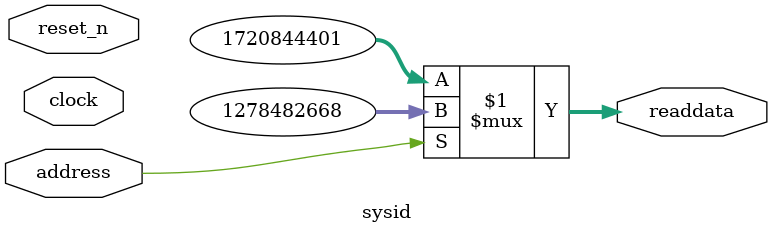
<source format=v>

`timescale 1ns / 1ps
// synthesis translate_on

// turn off superfluous verilog processor warnings 
// altera message_level Level1 
// altera message_off 10034 10035 10036 10037 10230 10240 10030 

module sysid (
               // inputs:
                address,
                clock,
                reset_n,

               // outputs:
                readdata
             )
;

  output  [ 31: 0] readdata;
  input            address;
  input            clock;
  input            reset_n;

  wire    [ 31: 0] readdata;
  //control_slave, which is an e_avalon_slave
  assign readdata = address ? 1278482668 : 1720844401;

endmodule


</source>
